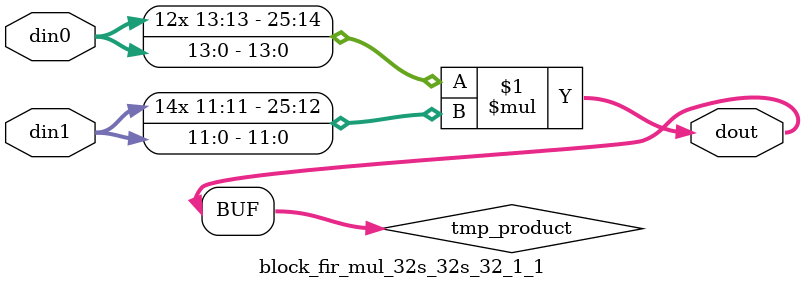
<source format=v>

`timescale 1 ns / 1 ps

 module block_fir_mul_32s_32s_32_1_1(din0, din1, dout);
parameter ID = 1;
parameter NUM_STAGE = 0;
parameter din0_WIDTH = 14;
parameter din1_WIDTH = 12;
parameter dout_WIDTH = 26;

input [din0_WIDTH - 1 : 0] din0; 
input [din1_WIDTH - 1 : 0] din1; 
output [dout_WIDTH - 1 : 0] dout;

wire signed [dout_WIDTH - 1 : 0] tmp_product;



























assign tmp_product = $signed(din0) * $signed(din1);








assign dout = tmp_product;





















endmodule

</source>
